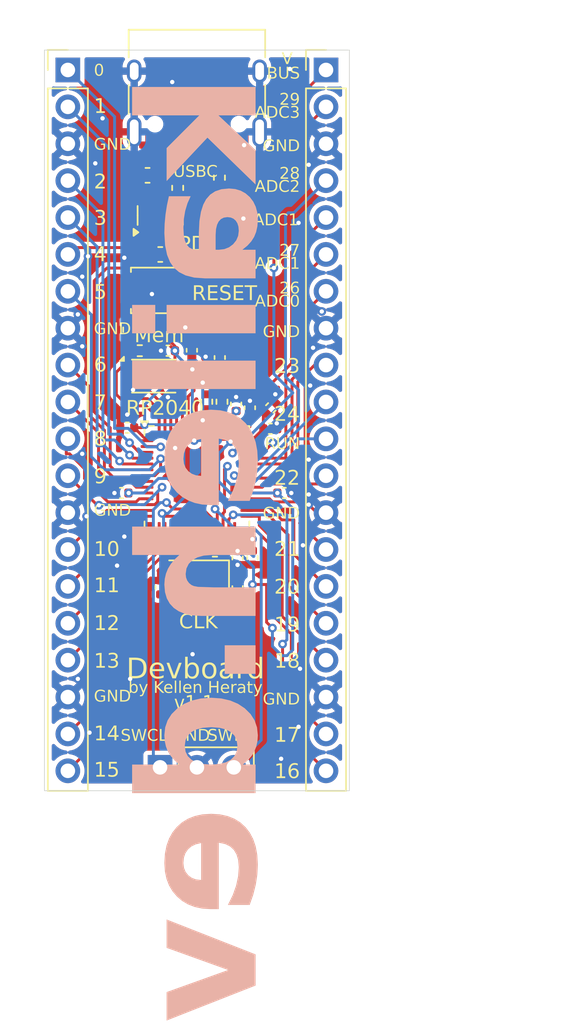
<source format=kicad_pcb>
(kicad_pcb (version 20241229) (generator "pcbnew") (generator_version "9.0")
  (layers (0 "F.Cu" signal) (2 "B.Cu" signal) (13 "F.Paste" user) (15 "B.Paste" user) (5 "F.SilkS" user "F.Silkscreen") (7 "B.SilkS" user "B.Silkscreen") (1 "F.Mask" user) (3 "B.Mask" user) (25 "Edge.Cuts" user))
  (net 0 "")
  (net 1 "+3V3")
  (net 2 "GND")
  (net 3 "+1V1")
  (net 4 "VBUS")
  (net 5 "XIN")
  (net 6 "Net-(C16-Pad2)")
  (net 7 "Net-(J1-CC1)")
  (net 8 "USB_D-")
  (net 9 "Net-(J1-CC2)")
  (net 10 "USB_D+")
  (net 11 "GPIO12")
  (net 12 "GPIO4")
  (net 13 "GPIO7")
  (net 14 "GPIO1")
  (net 15 "GPIO8")
  (net 16 "GPIO14")
  (net 17 "GPIO0")
  (net 18 "GPIO10")
  (net 19 "GPIO5")
  (net 20 "GPIO3")
  (net 21 "GPIO2")
  (net 22 "GPIO6")
  (net 23 "GPIO11")
  (net 24 "GPIO15")
  (net 25 "GPIO9")
  (net 26 "GPIO13")
  (net 27 "GPIO22")
  (net 28 "GPIO29_ADC3")
  (net 29 "GPIO27_ADC1")
  (net 30 "GPIO24")
  (net 31 "RUN")
  (net 32 "GPIO20")
  (net 33 "GPIO23")
  (net 34 "GPIO19")
  (net 35 "GPIO16")
  (net 36 "GPIO17")
  (net 37 "GPIO21")
  (net 38 "GPIO28_ADC2")
  (net 39 "GPIO18")
  (net 40 "GPIO26_ADC0")
  (net 41 "SWCLK")
  (net 42 "SWD")
  (net 43 "Net-(U1-USB_DP)")
  (net 44 "Net-(U1-USB_DM)")
  (net 45 "XOUT")
  (net 46 "Net-(R6-Pad2)")
  (net 47 "QSPI_SS")
  (net 49 "QSPI_SD1")
  (net 50 "QSPI_SD0")
  (net 51 "QSPI_SD2")
  (net 52 "QSPI_SCLK")
  (net 53 "QSPI_SD3")
  (footprint "Capacitor_SMD:C_0402_1005Metric" (layer "F.Cu") (at 102.8 59.47 -90)
    (property "Reference" "C2" (hide yes))
    (property "Value" "0.1uF")
  )
  (footprint "Resistor_SMD:R_0402_1005Metric" (layer "F.Cu") (at 101.725 48.715001 90)
    (property "Reference" "R4" (hide yes))
    (property "Value" "27")
  )
  (footprint "Capacitor_SMD:C_0603_1608Metric" (layer "F.Cu") (at 97.475 38.575 180)
    (property "Reference" "C14" (hide yes))
    (property "Value" "10uF")
  )
  (footprint "Capacitor_SMD:C_0402_1005Metric" (layer "F.Cu") (at 99.65 45.17 90)
    (property "Reference" "C10" (hide yes))
    (property "Value" "1uF")
  )
  (footprint "Resistor_SMD:R_0402_1005Metric" (layer "F.Cu") (at 95.3 43.75 90)
    (property "Reference" "R6" (hide yes))
    (property "Value" "1k")
  )
  (footprint "Capacitor_SMD:C_0402_1005Metric" (layer "F.Cu") (at 103.65 49.13 90)
    (property "Reference" "C5" (hide yes))
    (property "Value" "0.1uF")
  )
  (footprint "Capacitor_SMD:C_0402_1005Metric" (layer "F.Cu") (at 98.005 45.2 180)
    (property "Reference" "C17" (hide yes))
    (property "Value" "0.1uF")
  )
  (footprint "Resistor_SMD:R_0402_1005Metric" (layer "F.Cu") (at 101.24 59 180)
    (property "Reference" "R5" (hide yes))
    (property "Value" "1k")
  )
  (footprint "Connector_PinHeader_2.54mm:PinHeader_1x20_P2.54mm_Vertical" (layer "F.Cu") (at 108.89 25.87)
    (property "Reference" "R" (hide yes))
    (property "Value" "Conn_01x20")
  )
  (footprint "Capacitor_SMD:C_0402_1005Metric" (layer "F.Cu") (at 95.2 50.5 180)
    (property "Reference" "C4" (hide yes))
    (property "Value" "0.1uF")
  )
  (footprint "Capacitor_SMD:C_0603_1608Metric" (layer "F.Cu") (at 96.6 33.125 180)
    (property "Reference" "C13" (hide yes))
    (property "Value" "10uF")
  )
  (footprint "Resistor_SMD:R_0402_1005Metric" (layer "F.Cu") (at 100.675 48.715001 90)
    (property "Reference" "R3" (hide yes))
    (property "Value" "27")
  )
  (footprint "Package_TO_SOT_SMD:SOT-23" (layer "F.Cu") (at 97.475 35.8875 90)
    (property "Reference" "PD")
    (property "Value" "MCP1700x-330xxTT")
  )
  (footprint "Connector_PinHeader_2.54mm:PinHeader_1x03_P2.54mm_Vertical" (layer "F.Cu") (at 97.46 73.89 90)
    (property "Reference" "J4" (hide yes))
    (property "Value" "Conn_01x03")
  )
  (footprint "Capacitor_SMD:C_0402_1005Metric" (layer "F.Cu") (at 100.6 46.095 90)
    (property "Reference" "C6" (hide yes))
    (property "Value" "0.1uF")
  )
  (footprint "Connector_PinHeader_2.54mm:PinHeader_1x20_P2.54mm_Vertical" (layer "F.Cu") (at 91.11 25.87)
    (property "Reference" "L" (hide yes))
    (property "Value" "Conn_01x20")
  )
  (footprint "Capacitor_SMD:C_0402_1005Metric" (layer "F.Cu") (at 97.5 61.5 -90)
    (property "Reference" "C15" (hide yes))
    (property "Value" "33pF")
  )
  (footprint "Button_Switch_SMD:SW_Push_SPST_NO_Alps_SKRK" (layer "F.Cu") (at 97.525 41.05 180)
    (property "Reference" "RESET")
    (property "Value" "SW_Push")
  )
  (footprint "Crystal:Crystal_SMD_3225-4Pin_3.2x2.5mm" (layer "F.Cu") (at 100.15 61.35 180)
    (property "Reference" "CLK")
    (property "Value" "12 MHz")
  )
  (footprint "Resistor_SMD:R_0402_1005Metric" (layer "F.Cu") (at 98.675 33.990001 -90)
    (property "Reference" "R1" (hide yes))
    (property "Value" "5.1K")
  )
  (footprint "Capacitor_SMD:C_0402_1005Metric" (layer "F.Cu") (at 102.8 61.52 90)
    (property "Reference" "C16" (hide yes))
    (property "Value" "33pF")
  )
  (footprint "Capacitor_SMD:C_0402_1005Metric" (layer "F.Cu") (at 101.575 45.67 90)
    (property "Reference" "C7" (hide yes))
    (property "Value" "0.1uF")
  )
  (footprint "Capacitor_SMD:C_0402_1005Metric" (layer "F.Cu") (at 102.7 48.87 90)
    (property "Reference" "C11" (hide yes))
    (property "Value" "0.1uF")
  )
  (footprint "Capacitor_SMD:C_0402_1005Metric" (layer "F.Cu") (at 103.825 59.455 -90)
    (property "Reference" "C12" (hide yes))
    (property "Value" "0.1uF")
  )
  (footprint "Resistor_SMD:R_0402_1005Metric" (layer "F.Cu") (at 96.065001 45.2 180)
    (property "Reference" "R7" (hide yes))
    (property "Value" "10k")
  )
  (footprint "Package_SON:Winbond_USON-8-1EP_3x2mm_P0.5mm_EP0.2x1.6mm" (layer "F.Cu") (at 97.025 46.95)
    (property "Reference" "Mem")
    (property "Value" "W25Q16JVSS")
  )
  (footprint "Capacitor_SMD:C_0402_1005Metric" (layer "F.Cu") (at 105.085589 49.139411 45)
    (property "Reference" "C1" (hide yes))
    (property "Value" "1uF")
  )
  (footprint "Package_DFN_QFN:QFN-56-1EP_7x7mm_P0.4mm_EP3.2x3.2mm" (layer "F.Cu") (at 100 54)
    (property "Reference" "RP2040")
    (property "Value" "RP2040")
  )
  (footprint "Resistor_SMD:R_0402_1005Metric" (layer "F.Cu") (at 101.55 33.284999 -90)
    (property "Reference" "R2" (hide yes))
    (property "Value" "5.1K")
  )
  (footprint "Capacitor_SMD:C_0402_1005Metric" (layer "F.Cu") (at 94.8 55 180)
    (property "Reference" "C3" (hide yes))
    (property "Value" "0.1uF")
  )
  (footprint "Capacitor_SMD:C_0402_1005Metric" (layer "F.Cu") (at 106.02 55)
    (property "Reference" "C9" (hide yes))
    (property "Value" "0.1uF")
  )
  (footprint "Capacitor_SMD:C_0402_1005Metric" (layer "F.Cu") (at 105.055 50.575)
    (property "Reference" "C8" (hide yes))
    (property "Value" "0.1uF")
  )
  (footprint "Connector_USB:USB_C_Receptacle_HRO_TYPE-C-31-M-12" (layer "F.Cu") (at 100 27 180)
    (property "Reference" "USBC")
    (property "Value" "USB_C_Receptacle_USB2.0_14P")
  )
  (gr_rect (start 89.5 24.5) (end 110.5 75.5) (stroke (width 0.05)) (fill no) (layer "Edge.Cuts"))
  (gr_text "10" (at 92.9 59.5 0) (layer "F.SilkS") (effects (font (size 1 1)) (justify left bottom)))
  (gr_text "ADC1" (at 107 36.7 0) (layer "F.SilkS") (effects (font (size 0.8 0.8)) (justify right bottom)))
  (gr_text "19" (at 107.1 64.7 0) (layer "F.SilkS") (effects (font (size 1 1)) (justify right bottom)))
  (gr_text "ADC1" (at 107.1 39.7 0) (layer "F.SilkS") (effects (font (size 0.8 0.8)) (justify right bottom)))
  (gr_text "23" (at 107.1 46.9 0) (layer "F.SilkS") (effects (font (size 1 1)) (justify right bottom)))
  (gr_text "ADC3" (at 107.1 29.3 0) (layer "F.SilkS") (effects (font (size 0.8 0.8)) (justify right bottom)))
  (gr_text "SWD" (at 103.4 72.2 0) (layer "F.SilkS") (effects (font (size 0.8 0.8)) (justify right bottom)))
  (gr_text "6" (at 92.9 46.8 0) (layer "F.SilkS") (effects (font (size 1 1)) (justify left bottom)))
  (gr_text "29" (at 107.1 28.4 0) (layer "F.SilkS") (effects (font (size 0.8 0.8)) (justify right bottom)))
  (gr_text "by Kellen Heraty" (at 99.9 68.9 0) (layer "F.SilkS") (effects (font (size 0.8 0.8) (thickness 0.125)) (justify bottom)))
  (gr_text "SWCLK" (at 98.7 72.2 0) (layer "F.SilkS") (effects (font (size 0.8 0.8)) (justify right bottom)))
  (gr_text "3" (at 92.9 36.7 0) (layer "F.SilkS") (effects (font (size 1 1)) (justify left bottom)))
  (gr_text "16" (at 107.1 74.8 0) (layer "F.SilkS") (effects (font (size 1 1)) (justify right bottom)))
  (gr_text "11" (at 92.9 62 0) (layer "F.SilkS") (effects (font (size 1 1)) (justify left bottom)))
  (gr_text "9" (at 92.9 54.5 0) (layer "F.SilkS") (effects (font (size 1 1)) (justify left bottom)))
  (gr_text "GND" (at 107.1 31.6 0) (layer "F.SilkS") (effects (font (size 0.8 0.8)) (justify right bottom)))
  (gr_text "GND" (at 107.1 44.4 0) (layer "F.SilkS") (effects (font (size 0.8 0.8)) (justify right bottom)))
  (gr_text "ADC0" (at 107.1 42.3 0) (layer "F.SilkS") (effects (font (size 0.8 0.8)) (justify right bottom)))
  (gr_text "BUS" (at 107.1 26.6 0) (layer "F.SilkS") (effects (font (size 0.8 0.8)) (justify right bottom)))
  (gr_text "GND" (at 107.1 56.9 0) (layer "F.SilkS") (effects (font (size 0.8 0.8)) (justify right bottom)))
  (gr_text "7" (at 92.9 49.4 0) (layer "F.SilkS") (effects (font (size 1 1)) (justify left bottom)))
  (gr_text "GND" (at 92.9 56.7 0) (layer "F.SilkS") (effects (font (size 0.8 0.8)) (justify left bottom)))
  (gr_text "GND" (at 92.9 69.5 0) (layer "F.SilkS") (effects (font (size 0.8 0.8)) (justify left bottom)))
  (gr_text "20" (at 107.1 62.1 0) (layer "F.SilkS") (effects (font (size 1 1)) (justify right bottom)))
  (gr_text "4" (at 92.9 39.2 0) (layer "F.SilkS") (effects (font (size 1 1)) (justify left bottom)))
  (gr_text "24" (at 107.1 50.2 0) (layer "F.SilkS") (effects (font (size 1 1)) (justify right bottom)))
  (gr_text "ADC2" (at 107.1 34.4 0) (layer "F.SilkS") (effects (font (size 0.8 0.8)) (justify right bottom)))
  (gr_text "12" (at 92.9 64.6 0) (layer "F.SilkS") (effects (font (size 1 1)) (justify left bottom)))
  (gr_text "14" (at 92.9 72.2 0) (layer "F.SilkS") (effects (font (size 1 1)) (justify left bottom)))
  (gr_text "28" (at 107.1 33.5 0) (layer "F.SilkS") (effects (font (size 0.8 0.8)) (justify right bottom)))
  (gr_text "26" (at 107.1 41.4 0) (layer "F.SilkS") (effects (font (size 0.8 0.8)) (justify right bottom)))
  (gr_text "V" (at 106.6 25.6 0) (layer "F.SilkS") (effects (font (size 0.8 0.8)) (justify right bottom)))
  (gr_text "GND" (at 92.9 31.5 0) (layer "F.SilkS") (effects (font (size 0.8 0.8)) (justify left bottom)))
  (gr_text "17" (at 107.1 72.3 0) (layer "F.SilkS") (effects (font (size 1 1)) (justify right bottom)))
  (gr_text "22" (at 107.1 54.6 0) (layer "F.SilkS") (effects (font (size 1 1)) (justify right bottom)))
  (gr_text "GND" (at 100.9 72.2 0) (layer "F.SilkS") (effects (font (size 0.8 0.8)) (justify right bottom)))
  (gr_text "1" (at 92.9 29 0) (layer "F.SilkS") (effects (font (size 1 1)) (justify left bottom)))
  (gr_text "27" (at 107.1 38.8 0) (layer "F.SilkS") (effects (font (size 0.8 0.8)) (justify right bottom)))
  (gr_text "0" (at 92.9 26.4 0) (layer "F.SilkS") (effects (font (size 0.8 0.8)) (justify left bottom)))
  (gr_text "GND" (at 92.9 44.2 0) (layer "F.SilkS") (effects (font (size 0.8 0.8)) (justify left bottom)))
  (gr_text "v1.1\n" (at 99.8 70.1 0) (layer "F.SilkS") (effects (font (size 1 0.9)) (justify bottom)))
  (gr_text "Devboard\n" (at 99.9 68 0) (layer "F.SilkS") (effects (font (size 1.4 1.4)) (justify bottom)))
  (gr_text "21" (at 107.1 59.5 0) (layer "F.SilkS") (effects (font (size 1 1)) (justify right bottom)))
  (gr_text "18" (at 107.1 67.2 0) (layer "F.SilkS") (effects (font (size 1 1)) (justify right bottom)))
  (gr_text "GND" (at 107.1 69.7 0) (layer "F.SilkS") (effects (font (size 0.8 0.8)) (justify right bottom)))
  (gr_text "5" (at 92.9 41.8 0) (layer "F.SilkS") (effects (font (size 1 1)) (justify left bottom)))
  (gr_text "8" (at 92.9 51.9 0) (layer "F.SilkS") (effects (font (size 1 1)) (justify left bottom)))
  (gr_text "RUN" (at 107.1 52.1 0) (layer "F.SilkS") (effects (font (size 0.8 0.8)) (justify right bottom)))
  (gr_text "13" (at 92.9 67.2 0) (layer "F.SilkS") (effects (font (size 1 1)) (justify left bottom)))
  (gr_text "2" (at 92.9 34.2 0) (layer "F.SilkS") (effects (font (size 1 1)) (justify left bottom)))
  (gr_text "15" (at 92.9 74.7 0) (layer "F.SilkS") (effects (font (size 1 1)) (justify left bottom)))
  (gr_text "kaileh.dev" (at 105.4 26.1 90) (layer "B.SilkS") (effects (font (size 8 8) (thickness 0.3) (bold yes)) (justify left bottom mirror)))
  (segment (start 104.746178 49.478822) (end 103.781178 49.478822) (width 0.2) (layer "F.Cu") (net 1))
  (segment (start 98.485 45.2) (end 98.485 46.165) (width 0.2) (layer "F.Cu") (net 1))
  (segment (start 102.2 50.5625) (end 102.2 51.1) (width 0.2) (layer "F.Cu") (net 1))
  (segment (start 96.2 50.5) (end 96.4 50.3) (width 0.2) (layer "F.Cu") (net 1))
  (segment (start 104.44 49.46) (end 104.6 49.3) (width 0.2) (layer "F.Cu") (net 1))
  (segment (start 100.2 58) (end 100.525 58.325) (width 0.2) (layer "F.Cu") (net 1))
  (segment (start 100.4 47.4) (end 100.4 46.775) (width 0.2) (layer "F.Cu") (net 1))
  (segment (start 106.523 38.397) (end 106.523 46.0678) (width 0.2) (layer "F.Cu") (net 1))
  (segment (start 98.485 44.885) (end 98.25 44.65) (width 0.2) (layer "F.Cu") (net 1))
  (segment (start 101.575 46.15) (end 101.025 46.15) (width 0.2) (layer "F.Cu") (net 1))
  (segment (start 103.75 51.4) (end 104.575 50.575) (width 0.2) (layer "F.Cu") (net 1))
  (segment (start 103.5125 50.5625) (end 102.6 50.5625) (width 0.2) (layer "F.Cu") (net 1))
  (segment (start 97.874 44.589) (end 98.485 45.2) (width 0.2) (layer "F.Cu") (net 1))
  (segment (start 102.376235 51.4) (end 102.314717 51.461518) (width 0.2) (layer "F.Cu") (net 1))
  (segment (start 105.54 55) (end 103.4375 55) (width 0.2) (layer "F.Cu") (net 1))
  (segment (start 96.5625 51.4) (end 96.5625 51.3825) (width 0.2) (layer "F.Cu") (net 1))
  (segment (start 100.525 58.325) (end 102.135 58.325) (width 0.2) (layer "F.Cu") (net 1))
  (segment (start 100.4 50.5625) (end 100.6 50.5625) (width 0.2) (layer "F.Cu") (net 1))
  (segment (start 97.186 44.589) (end 97.874 44.589) (width 0.2) (layer "F.Cu") (net 1))
  (segment (start 102.6 50.5625) (end 102.6 50.7) (width 0.2) (layer "F.Cu") (net 1))
  (segment (start 104.8 61.3) (end 104.8 63.9) (width 0.2) (layer "F.Cu") (net 1))
  (segment (start 103.65 49.61) (end 103.65 50.425) (width 0.2) (layer "F.Cu") (net 1))
  (segment (start 103.5 49.68) (end 103.4825 49.68) (width 0.2) (layer "F.Cu") (net 1))
  (segment (start 104.746178 47.844622) (end 104.746178 49.478822) (width 0.2) (layer "F.Cu") (net 1))
  (segment (start 98.25 44.65) (end 98.25 38.575) (width 0.2) (layer "F.Cu") (net 1))
  (segment (start 100.2 50.5625) (end 100.4 50.5625) (width 0.2) (layer "F.Cu") (net 1))
  (segment (start 108.89 36.03) (end 106.523 38.397) (width 0.2) (layer "F.Cu") (net 1))
  (segment (start 104.575 49.65) (end 104.746178 49.478822) (width 0.2) (layer "F.Cu") (net 1))
  (segment (start 100.6 51.097774) (end 100.6 50.5625) (width 0.2) (layer "F.Cu") (net 1))
  (segment (start 95.3 55) (end 95.28 55) (width 0.2) (layer "F.Cu") (net 1))
  (segment (start 102.2 51.1) (end 102 51.3) (width 0.2) (layer "F.Cu") (net 1))
  (segment (start 98.485 45.2) (end 98.485 44.885) (width 0.2) (layer "F.Cu") (net 1))
  (segment (start 96.5625 55) (end 95.3 55) (width 0.2) (layer "F.Cu") (net 1))
  (segment (start 103.4375 51.4) (end 103.75 51.4) (width 0.2) (layer "F.Cu") (net 1))
  (segment (start 100.802226 51.3) (end 100.6 51.097774) (width 0.2) (layer "F.Cu") (net 1))
  (segment (start 103.781178 49.478822) (end 103.65 49.61) (width 0.2) (layer "F.Cu") (net 1))
  (segment (start 100.4 50.5625) (end 100.4 49.990436) (width 0.2) (layer "F.Cu") (net 1))
  (segment (start 106.523 46.0678) (end 104.746178 47.844622) (width 0.2) (layer "F.Cu") (net 1))
  (segment (start 104.8 63.9) (end 105.2 64.3) (width 0.2) (layer "F.Cu") (net 1))
  (segment (start 95.68 50.5) (end 96.2 50.5) (width 0.2) (layer "F.Cu") (net 1))
  (segment (start 98.485 46.165) (end 98.45 46.2) (width 0.2) (layer "F.Cu") (net 1))
  (segment (start 103.826 61.3) (end 104.8 61.3) (width 0.2) (layer "F.Cu") (net 1))
  (segment (start 101.025 46.15) (end 100.6 46.575) (width 0.2) (layer "F.Cu") (net 1))
  (segment (start 100.4 46.775) (end 100.6 46.575) (width 0.2) (layer "F.Cu") (net 1))
  (segment (start 102.135 58.325) (end 102.8 58.99) (width 0.2) (layer "F.Cu") (net 1))
  (segment (start 98.425 36.825) (end 98.425 38.4) (width 0.2) (layer "F.Cu") (net 1))
  (segment (start 98.425 38.4) (end 98.25 38.575) (width 0.2) (layer "F.Cu") (net 1))
  (segment (start 104.575 50.575) (end 104.575 49.65) (width 0.2) (layer "F.Cu") (net 1))
  (segment (start 100.2 57.4375) (end 100.2 58) (width 0.2) (layer "F.Cu") (net 1))
  (segment (start 96.575 45.2) (end 97.186 44.589) (width 0.2) (layer "F.Cu") (net 1))
  (segment (start 102 51.3) (end 100.802226 51.3) (width 0.2) (layer "F.Cu") (net 1))
  (segment (start 102.6 50.5625) (end 102.2 50.5625) (width 0.2) (layer "F.Cu") (net 1))
  (segment (start 103.65 50.425) (end 103.5125 50.5625) (width 0.2) (layer "F.Cu") (net 1))
  (segment (start 96.5625 51.3825) (end 95.68 50.5) (width 0.2) (layer "F.Cu") (net 1))
  (segment (start 103.4375 51.4) (end 102.376235 51.4) (width 0.2) (layer "F.Cu") (net 1))
  (via (at 98.485 45.2) (size 0.6) (drill 0.3) (layers "F.Cu" "B.Cu") (net 1))
  (via (at 105.54 55) (size 0.6) (drill 0.3) (layers "F.Cu" "B.Cu") (net 1))
  (via (at 100.4 47.4) (size 0.6) (drill 0.3) (layers "F.Cu" "B.Cu") (net 1))
  (via (at 102.314717 51.461518) (size 0.6) (drill 0.3) (layers "F.Cu" "B.Cu") (net 1))
  (via (at 96.4 50.3) (size 0.6) (drill 0.3) (layers "F.Cu" "B.Cu") (net 1))
  (via (at 102.8 58.99) (size 0.6) (drill 0.3) (layers "F.Cu" "B.Cu") (net 1))
  (via (at 105.2 64.3) (size 0.6) (drill 0.3) (layers "F.Cu" "B.Cu") (net 1))
  (via (at 100.4 49.990436) (size 0.6) (drill 0.3) (layers "F.Cu" "B.Cu") (net 1))
  (via (at 103.826 61.3) (size 0.6) (drill 0.3) (layers "F.Cu" "B.Cu") (net 1))
  (via (at 95.3 55) (size 0.6) (drill 0.3) (layers "F.Cu" "B.Cu") (net 1))
  (segment (start 96.4 50.3) (end 96.4 48.921045) (width 0.2) (layer "B.Cu") (net 1))
  (segment (start 100.4 46.351527) (end 100.4 47.4) (width 0.2) (layer "B.Cu") (net 1))
  (segment (start 99.210523 46.110523) (end 99.435816 45.885229) (width 0.2) (layer "B.Cu") (net 1))
  (segment (start 97.175029 54.175028) (end 97.351057 53.999) (width 0.2) (layer "B.Cu") (net 1))
  (segment (start 99.099 53.999) (end 99.1 54) (width 0.2) (layer "B.Cu") (net 1))
  (segment (start 106.599092 56.059092) (end 105.54 55) (width 0.2) (layer "B.Cu") (net 1))
  (segment (start 106.599092 65.800908) (end 106.599092 56.059092) (width 0.2) (layer "B.Cu") (net 1))
  (segment (start 101.499002 52.277233) (end 101.499002 54.199002) (width 0.2) (layer "B.Cu") (net 1))
  (segment (start 102.3 55) (end 105.54 55) (width 0.2) (layer "B.Cu") (net 1))
  (segment (start 103.9 60.09) (end 103.9 61.3) (width 0.2) (layer "B.Cu") (net 1))
  (segment (start 105.2 65.550943) (end 105.849057 66.2) (width 0.2) (layer "B.Cu") (net 1))
  (segment (start 99.099 50.001) (end 98.8 50.3) (width 0.2) (layer "B.Cu") (net 1))
  (segment (start 101.499002 54.199002) (end 102.3 55) (width 0.2) (layer "B.Cu") (net 1))
  (segment (start 105.849057 66.2) (end 106.2 66.2) (width 0.2) (layer "B.Cu") (net 1))
  (segment (start 99.933702 45.885229) (end 100.4 46.351527) (width 0.2) (layer "B.Cu") (net 1))
  (segment (start 100.4 49.990436) (end 100.4 47.4) (width 0.2) (layer "B.Cu") (net 1))
  (segment (start 99.099 53.999) (end 99.099 50.001) (width 0.2) (layer "B.Cu") (net 1))
  (segment (start 96.4 48.921045) (end 99.210523 46.110523) (width 0.2) (layer "B.Cu") (net 1))
  (segment (start 103.9 61.3) (end 103.826 61.3) (width 0.2) (layer "B.Cu") (net 1))
  (segment (start 97.351057 53.999) (end 99.099 53.999) (width 0.2) (layer "B.Cu") (net 1))
  (segment (start 96.350057 55) (end 97.175029 54.175028) (width 0.2) (layer "B.Cu") (net 1))
  (segment (start 106.2 66.2) (end 106.599092 65.800908) (width 0.2) (layer "B.Cu") (net 1))
  (segment (start 99.210523 46.110523) (end 98.485 45.385) (width 0.2) (layer "B.Cu") (net 1))
  (segment (start 105.2 64.3) (end 105.2 65.550943) (width 0.2) (layer "B.Cu") (net 1))
  (segment (start 99.435816 45.885229) (end 99.933702 45.885229) (width 0.2) (layer "B.Cu") (net 1))
  (segment (start 98.8 50.3) (end 96.4 50.3) (width 0.2) (layer "B.Cu") (net 1))
  (segment (start 98.485 45.385) (end 98.485 45.2) (width 0.2) (layer "B.Cu") (net 1))
  (segment (start 102.314717 51.461518) (end 101.499002 52.277233) (width 0.2) (layer "B.Cu") (net 1))
  (segment (start 102.8 58.99) (end 103.9 60.09) (width 0.2) (layer "B.Cu") (net 1))
  (segment (start 95.3 55) (end 96.350057 55) (width 0.2) (layer "B.Cu") (net 1))
  (segment (start 105.425 48.8) (end 105.425 48.225) (width 0.2) (layer "F.Cu") (net 2))
  (segment (start 108.89 56.35) (end 108.25 56.35) (width 0.2) (layer "F.Cu") (net 2))
  (segment (start 105.5 50.2) (end 105.5 48.875) (width 0.2) (layer "F.Cu") (net 2))
  (segment (start 99 57.4375) (end 99 59.4) (width 0.2) (layer "F.Cu") (net 2))
  (segment (start 106.6 55.1) (end 106.5 55) (width 0.2) (layer "F.Cu") (net 2))
  (segment (start 98.499 52.499) (end 100 54) (width 0.2) (layer "F.Cu") (net 2))
  (segment (start 105.535 50.575) (end 105.535 50.235) (width 0.2) (layer "F.Cu") (net 2))
  (segment (start 97.5 61.02) (end 98.53 61.02) (width 0.2) (layer "F.Cu") (net 2))
  (segment (start 102.8 62) (end 101.45 62) (width 0.2) (layer "F.Cu") (net 2))
  (segment (start 105.535 50.235) (end 105.5 50.2) (width 0.2) (layer "F.Cu") (net 2))
  (segment (start 105.535 48.91) (end 105.425 48.8) (width 0.2) (layer "F.Cu") (net 2))
  (segment (start 105.425 48.225) (end 105.4 48.2) (width 0.2) (layer "F.Cu") (net 2))
  (segment (start 107.7 55.8) (end 107.7 55.1) (width 0.2) (layer "F.Cu") (net 2))
  (segment (start 94.9 38.7) (end 92.5 38.7) (width 0.2) (layer "F.Cu") (net 2))
  (segment (start 95 38.8) (end 94.9 38.7) (width 0.2) (layer "F.Cu") (net 2))
  (segment (start 101.45 62) (end 101.25 62.2) (width 0.2) (layer "F.Cu") (net 2))
  (segment (start 108.25 56.35) (end 107.7 55.8) (width 0.2) (layer "F.Cu") (net 2))
  (segment (start 98.499 51.9) (end 98.499 52.499) (width 0.2) (layer "F.Cu") (net 2))
  (segment (start 105.5 48.875) (end 105.425 48.8) (width 0.2) (layer "F.Cu") (net 2))
  (segment (start 98.53 61.02) (end 99.05 60.5) (width 0.2) (layer "F.Cu") (net 2))
  (segment (start 99 59.4) (end 99.05 59.45) (width 0.2) (layer "F.Cu") (net 2))
  (segment (start 107.7 55.1) (end 106.6 55.1) (width 0.2) (layer "F.Cu") (net 2))
  (segment (start 99.05 59.45) (end 99.05 60.5) (width 0.2) (layer "F.Cu") (net 2))
  (via (at 96.9 41.3) (size 0.6) (drill 0.3) (layers "F.Cu" "B.Cu") (net 2))
  (via (at 107 36.4) (size 0.6) (drill 0.3) (layers "F.Cu" "B.Cu") (net 2))
  (via (at 92.1 52.3) (size 0.6) (drill 0.3) (layers "F.Cu" "B.Cu") (net 2))
  (via (at 103.2 36.1) (size 0.6) (drill 0.3) (layers "F.Cu" "B.Cu") (net 2))
  (via (at 108.6 42.5) (size 0.6) (drill 0.3) (layers "F.Cu" "B.Cu") (net 2))
  (via (at 95 38.8) (size 0.6) (drill 0.3) (layers "F.Cu" "B.Cu") (net 2))
  (via (at 106.5 55) (size 0.6) (drill 0.3) (layers "F.Cu" "B.Cu") (net 2))
  (via (at 107.7 55.1) (size 0.6) (drill 0.3) (layers "F.Cu" "B.Cu") (net 2))
  (via (at 107 71.1) (size 0.6) (drill 0.3) (layers "F.Cu" "B.Cu") (net 2))
  (via (at 100.6 45.615) (size 0.6) (drill 0.3) (layers "F.Cu" "B.Cu") (net 2))
  (via (at 95.4 67.8) (size 0.6) (drill 0.3) (layers "F.Cu" "B.Cu") (net 2))
  (via (at 95.2 49.6) (size 0.6) (drill 0.3) (layers "F.Cu" "B.Cu") (net 2))
  (via (at 99.2 43.6) (size 0.6) (drill 0.3) (layers "F.Cu" "B.Cu") (net 2))
  (via (at 98.3 26.7) (size 0.6) (drill 0.3) (layers "F.Cu" "B.Cu") (net 2))
  (via (at 95.6 47.9) (size 0.6) (drill 0.3) (layers "F.Cu" "B.Cu") (net 2))
  (via (at 105.8 73.3) (size 0.6) (drill 0.3) (layers "F.Cu" "B.Cu") (net 2))
  (via (at 92.5 38.7) (size 0.6) (drill 0.3) (layers "F.Cu" "B.Cu") (net 2))
  (via (at 92.1 44.9) (size 0.6) (drill 0.3) (layers "F.Cu" "B.Cu") (net 2))
  (via (at 106.4 25.8) (size 0.6) (drill 0.3) (layers "F.Cu" "B.Cu") (net 2))
  (via (at 94.5 60) (size 0.6) (drill 0.3) (layers "F.Cu" "B.Cu") (net 2))
  (via (at 103.65 48.65) (size 0.6) (drill 0.3) (layers "F.Cu" "B.Cu") (net 2))
  (via (at 105.5 50.2) (size 0.6) (drill 0.3) (layers "F.Cu" "B.Cu") (net 2))
  (via (at 92.6 71.5) (size 0.6) (drill 0.3) (layers "F.Cu" "B.Cu") (net 2))
  (via (at 107.3 58.6) (size 0.6) (drill 0.3) (layers "F.Cu" "B.Cu") (net 2))
  (via (at 108 45) (size 0.6) (drill 0.3) (layers "F.Cu" "B.Cu") (net 2))
  (via (at 91.8 42.7) (size 0.6) (drill 0.3) (layers "F.Cu" "B.Cu") (net 2))
  (via (at 91.8 67.8) (size 0.6) (drill 0.3) (layers "F.Cu" "B.Cu") (net 2))
  (via (at 95 58) (size 0.6) (drill 0.3) (layers "F.Cu" "B.Cu") (net 2))
  (via (at 98.499 51.9) (size 0.6) (drill 0.3) (layers "F.Cu" "B.Cu") (net 2))
  (via (at 97.525 45.2) (size 0.6) (drill 0.3) (layers "F.Cu" "B.Cu") (net 2))
  (via (at 92.1 40.1) (size 0.6) (drill 0.3) (layers "F.Cu" "B.Cu") (net 2))
  (via (at 107.7 55.8) (size 0.6) (drill 0.3) (layers "F.Cu" "B.Cu") (net 2))
  (via (at 102.8 59.95) (size 0.6) (drill 0.3) (layers "F.Cu" "B.Cu") (net 2))
  (via (at 98 48.4) (size 0.6) (drill 0.3) (layers "F.Cu" "B.Cu") (net 2))
  (via (at 93 32.3) (size 0.6) (drill 0.3) (layers "F.Cu" "B.Cu") (net 2))
  (via (at 103.25 31.045) (size 0.6) (drill 0.3) (layers "F.Cu" "B.Cu") (net 2))
  (via (at 107.1 67.1) (size 0.6) (drill 0.3) (layers "F.Cu" "B.Cu") (net 2))
  (via (at 102.7 48.39) (size 0.6) (drill 0.3) (layers "F.Cu" "B.Cu") (net 2))
  (via (at 99.7 66.1) (size 0.6) (drill 0.3) (layers "F.Cu" "B.Cu") (net 2))
  (via (at 92.4 56.6) (size 0.6) (drill 0.3) (layers "F.Cu" "B.Cu") (net 2))
  (via (at 107.7 52.7) (size 0.6) (drill 0.3) (layers "F.Cu" "B.Cu") (net 2))
  (via (at 107.7 32.4) (size 0.6) (drill 0.3) (layers "F.Cu" "B.Cu") (net 2))
  (via (at 105.4 48.2) (size 0.6) (drill 0.3) (layers "F.Cu" "B.Cu") (net 2))
  (via (at 93.5 29.2) (size 0.6) (drill 0.3) (layers "F.Cu" "B.Cu") (net 2))
  (via (at 94.32 55) (size 0.6) (drill 0.3) (layers "F.Cu" "B.Cu") (net 2))
  (via (at 107.8 47.6) (size 0.6) (drill 0.3) (layers "F.Cu" "B.Cu") (net 2))
  (segment (start 94.32 55) (end 95.518 53.802) (width 0.2) (layer "B.Cu") (net 2))
  (segment (start 107.3 56.2) (end 107.7 55.8) (width 0.2) (layer "B.Cu") (net 2))
  (segment (start 95.518 53.802) (end 96.980957 53.802) (width 0.2) (layer "B.Cu") (net 2))
  (segment (start 98.499 52.493039) (end 98.499 51.9) (width 0.2) (layer "B.Cu") (net 2))
  (segment (start 96.980957 53.802) (end 97.539861 53.243096) (width 0.2) (layer "B.Cu") (net 2))
  (segment (start 97.539861 53.243096) (end 97.748943 53.243096) (width 0.2) (layer "B.Cu") (net 2))
  (segment (start 107.3 58.6) (end 107.3 56.2) (width 0.2) (layer "B.Cu") (net 2))
  (segment (start 97.748943 53.243096) (end 98.499 52.493039) (width 0.2) (layer "B.Cu") (net 2))
  (segment (start 99.684759 46.486229) (end 99.684759 45.684759) (width 0.2) (layer "F.Cu") (net 3))
  (segment (start 99.684759 45.684759) (end 99.65 45.65) (width 0.2) (layer "F.Cu") (net 3))
  (segment (start 99.8 51.371791) (end 99.815164 51.386955) (width 0.2) (layer "F.Cu") (net 3))
  (segment (start 100.3 56.6) (end 97.8 56.6) (width 0.2) (layer "F.Cu") (net 3))
  (segment (start 97.8 56.6) (end 97.6 56.4) (width 0.2) (layer "F.Cu") (net 3))
  (segment (start 100.6 57.4375) (end 100.6 56.9) (width 0.2) (layer "F.Cu") (net 3))
  (segment (start 101.8 50.5625) (end 101.8 50.025) (width 0.2) (layer "F.Cu") (net 3))
  (segment (start 101.8 50.025) (end 102.025 49.8) (width 0.2) (layer "F.Cu") (net 3))
  (segment (start 102.025 49.8) (end 102.25 49.8) (width 0.2) (layer "F.Cu") (net 3))
  (segment (start 100.6 56.9) (end 100.3 56.6) (width 0.2) (layer "F.Cu") (net 3))
  (segment (start 102.25 49.8) (end 102.7 49.35) (width 0.2) (layer "F.Cu") (net 3))
  (segment (start 99.8 50.5625) (end 99.8 51.371791) (width 0.2) (layer "F.Cu") (net 3))
  (segment (start 103.825 58.975) (end 103.825 58.175) (width 0.2) (layer "F.Cu") (net 3))
  (via (at 99.815164 51.386955) (size 0.6) (drill 0.3) (layers "F.Cu" "B.Cu") (net 3))
  (via (at 103.825 58.175) (size 0.6) (drill 0.3) (layers "F.Cu" "B.Cu") (net 3))
  (via (at 102.7 49.35) (size 0.6) (drill 0.3) (layers "F.Cu" "B.Cu") (net 3))
  (via (at 97.6 56.4) (size 0.6) (drill 0.3) (layers "F.Cu" "B.Cu") (net 3))
  (via (at 99.684759 46.486229) (size 0.6) (drill 0.3) (layers "F.Cu" "B.Cu") (net 3))
  (segment (start 103.45 57.8) (end 103.825 58.175) (width 0.2) (layer "B.Cu") (net 3))
  (segment (start 100.663045 51.386955) (end 99.815164 51.386955) (width 0.2) (layer "B.Cu") (net 3))
  (segment (start 98.013378 56.4) (end 100.663045 53.750333) (width 0.2) (layer "B.Cu") (net 3))
  (segment (start 99.684759 51.25655) (end 99.684759 46.486229) (width 0.2) (layer "B.Cu") (net 3))
  (segment (start 97.6 56.4) (end 97.7 56.5) (width 0.2) (layer "B.Cu") (net 3))
  (segment (start 97.7 57.8) (end 103.45 57.8) (width 0.2) (layer "B.Cu") (net 3))
  (segment (start 100.663045 53.750333) (end 100.663045 51.386955) (width 0.2) (layer "B.Cu") (net 3))
  (segment (start 97.6 56.4) (end 98.013378 56.4) (width 0.2) (layer "B.Cu") (net 3))
  (segment (start 97.7 56.5) (end 97.7 57.8) (width 0.2) (layer "B.Cu") (net 3))
  (segment (start 102.7 49.35) (end 100.663045 51.386955) (width 0.2) (layer "B.Cu") (net 3))
  (segment (start 99.815164 51.386955) (end 99.684759 51.25655) (width 0.2) (layer "B.Cu") (net 3))
  (segment (start 107.709 27.051) (end 108.89 25.87) (width 0.2) (layer "F.Cu") (net 4))
  (segment (start 102.214 29.319992) (end 98.346016 29.319992) (width 0.2) (layer "F.Cu") (net 4))
  (segment (start 98.346016 29.319992) (end 97.55 30.116008) (width 0.2) (layer "F.Cu") (net 4))
  (segment (start 97.375 34.85) (end 97.475 34.95) (width 0.2) (layer "F.Cu") (net 4))
  (segment (start 97.375 31.22) (end 97.55 31.045) (width 0.2) (layer "F.Cu") (net 4))
  (segment (start 102.214 30.809) (end 102.214 29.319992) (width 0.2) (layer "F.Cu") (net 4))
  (segment (start 97.55 30.116008) (end 97.55 31.045) (width 0.2) (layer "F.Cu") (net 4))
  (segment (start 102.45 31.045) (end 102.214 30.809) (width 0.2) (layer "F.Cu") (net 4))
  (segment (start 104.482992 27.051) (end 107.709 27.051) (width 0.2) (layer "F.Cu") (net 4))
  (segment (start 97.375 33.125) (end 97.375 34.85) (width 0.2) (layer "F.Cu") (net 4))
  (segment (start 97.375 33.125) (end 97.375 31.22) (width 0.2) (layer "F.Cu") (net 4))
  (segment (start 102.214 29.319992) (end 104.482992 27.051) (width 0.2) (layer "F.Cu") (net 4))
  (segment (start 99.4 59.15) (end 100.15 59.9) (width 0.2) (layer "F.Cu") (net 5))
  (segment (start 100.15 61.1) (end 99.05 62.2) (width 0.2) (layer "F.Cu") (net 5))
  (segment (start 97.72 62.2) (end 97.5 61.98) (width 0.2) (layer "F.Cu") (net 5))
  (segment (start 99.05 62.2) (end 97.72 62.2) (width 0.2) (layer "F.Cu") (net 5))
  (segment (start 100.15 59.9) (end 100.15 61.1) (width 0.2) (layer "F.Cu") (net 5))
  (segment (start 99.4 57.4375) (end 99.4 59.15) (width 0.2) (layer "F.Cu") (net 5))
  (segment (start 101.25 60.5) (end 101.25 59.5) (width 0.2) (layer "F.Cu") (net 6))
  (segment (start 101.25 59.5) (end 101.75 59) (width 0.2) (layer "F.Cu") (net 6))
  (segment (start 101.79 61.04) (end 101.25 60.5) (width 0.2) (layer "F.Cu") (net 6))
  (segment (start 102.8 61.04) (end 101.79 61.04) (width 0.2) (layer "F.Cu") (net 6))
  (segment (start 101.55 32.775) (end 101.25 32.475) (width 0.2) (layer "F.Cu") (net 7))
  (segment (start 101.25 32.475) (end 101.25 31.045) (width 0.2) (layer "F.Cu") (net 7))
  (segment (start 99.799 30.019) (end 100.669 30.019) (width 0.2) (layer "F.Cu") (net 8))
  (segment (start 100.75 30.1) (end 100.75 31.045) (width 0.2) (layer "F.Cu") (net 8))
  (segment (start 100.942772 33.11931) (end 100.942772 33.501538) (width 0.2) (layer "F.Cu") (net 8))
  (segment (start 103.4 46.116399) (end 101.725 47.791399) (width 0.2) (layer "F.Cu") (net 8))
  (segment (start 100.725 32.157501) (end 100.725 32.901538) (width 0.2) (layer "F.Cu") (net 8))
  (segment (start 103.4 42.431802) (end 103.4 46.116399) (width 0.2) (layer "F.Cu") (net 8))
  (segment (start 101.725 47.791399) (end 101.725 48.205002) (width 0.2) (layer "F.Cu") (net 8))
  (segment (start 100.725 35.50751) (end 100.725 39.756802) (width 0.2) (layer "F.Cu") (net 8))
  (segment (start 99.75 31.045) (end 99.75 30.068) (width 0.2) (layer "F.Cu") (net 8))
  (segment (start 100.75 32.132501) (end 100.725 32.157501) (width 0.2) (layer "F.Cu") (net 8))
  (segment (start 100.725 39.756802) (end 103.4 42.431802) (width 0.2) (layer "F.Cu") (net 8))
  (segment (start 100.669 30.019) (end 100.75 30.1) (width 0.2) (layer "F.Cu") (net 8))
  (segment (start 100.75 31.045) (end 100.75 32.132501) (width 0.2) (layer "F.Cu") (net 8))
  (segment (start 100.725 34.101538) (end 100.725 35.50751) (width 0.2) (layer "F.Cu") (net 8))
  (segment (start 100.725 33.71931) (end 100.725 34.101538) (width 0.2) (layer "F.Cu") (net 8))
  (segment (start 99.75 30.068) (end 99.799 30.019) (width 0.2) (layer "F.Cu") (net 8))
  (arc (start 100.725 32.901538) (mid 100.756892 32.978532) (end 100.833886 33.010424) (width 0.2) (layer "F.Cu") (net 8))
  (arc (start 100.833886 33.010424) (mid 100.91088 33.042316) (end 100.942772 33.11931) (width 0.2) (layer "F.Cu") (net 8))
  (arc (start 100.942772 33.501538) (mid 100.91088 33.578532) (end 100.833886 33.610424) (width 0.2) (layer "F.Cu") (net 8))
  (arc (start 100.833886 33.610424) (mid 100.756892 33.642316) (end 100.725 33.71931) (width 0.2) (layer "F.Cu") (net 8))
  (segment (start 98.675 32.830002) (end 98.675 33.480002) (width 0.2) (layer "F.Cu") (net 9))
  (segment (start 98.25 32.405002) (end 98.25 31.045) (width 0.2) (layer "F.Cu") (net 9))
  (segment (start 98.25 32.405002) (end 98.675 32.830002) (width 0.2) (layer "F.Cu") (net 9))
  (segment (start 102.95 45.930002) (end 100.675 48.205002) (width 0.2) (layer "F.Cu") (net 10))
  (segment (start 100.25 32.132501) (end 100.275 32.157501) (width 0.2) (layer "F.Cu") (net 10))
  (segment (start 100.275 32.157501) (end 100.275 39.943198) (width 0.2) (layer "F.Cu") (net 10))
  (segment (start 99.328 32.1) (end 100.25 32.1) (width 0.2) (layer "F.Cu") (net 10))
  (segment (start 99.25 32.022) (end 99.328 32.1) (width 0.2) (layer "F.Cu") (net 10))
  (segment (start 99.25 31.045) (end 99.25 32.022) (width 0.2) (layer "F.Cu") (net 10))
  (segment (start 102.95 42.618198) (end 102.95 45.930002) (width 0.2) (layer "F.Cu") (net 10))
  (segment (start 100.25 32.1) (end 100.25 31.045) (width 0.2) (layer "F.Cu") (net 10))
  (segment (start 100.275 39.943198) (end 102.95 42.618198) (width 0.2) (layer "F.Cu") (net 10))
  (segment (start 100.25 31.045) (end 100.25 32.132501) (width 0.2) (layer "F.Cu") (net 10))
  (segment (start 95.7625 59.075) (end 93.5 59.075) (width 0.2) (layer "F.Cu") (net 11))
  (segment (start 93.5 59.075) (end 93.351 59.224) (width 0.2) (layer "F.Cu") (net 11))
  (segment (start 93.351 61.729) (end 91.11 63.97) (width 0.2) (layer "F.Cu") (net 11))
  (segment (start 97.4 57.4375) (end 95.7625 59.075) (width 0.2) (layer "F.Cu") (net 11))
  (segment (start 93.351 59.224) (end 93.351 61.729) (width 0.2) (layer "F.Cu") (net 11))
  (segment (start 93.8 39.5091) (end 95.3909 39.5091) (width 0.2) (layer "F.Cu") (net 12))
  (segment (start 92.92455 40.38455) (end 93.8 39.5091) (width 0.2) (layer "F.Cu") (net 12))
  (segment (start 92.92455 49.41035) (end 92.92455 40.38455) (width 0.2) (layer "F.Cu") (net 12))
  (segment (start 96.5625 53.4) (end 94.2842 53.4) (width 0.2) (layer "F.Cu") (net 12))
  (segment (start 95.4 38.1) (end 91.58 38.1) (width 0.2) (layer "F.Cu") (net 12))
  (segment (start 94.027 50.5128) (end 92.92455 49.41035) (width 0.2) (layer "F.Cu") (net 12))
  (segment (start 91.58 38.1) (end 91.11 38.57) (width 0.2) (layer "F.Cu") (net 12))
  (segment (start 94.027 53.1428) (end 94.027 50.5128) (width 0.2) (layer "F.Cu") (net 12))
  (segment (start 95.601 39.299) (end 95.601 38.301) (width 0.2) (layer "F.Cu") (net 12))
  (segment (start 95.3909 39.5091) (end 95.601 39.299) (width 0.2) (layer "F.Cu") (net 12))
  (segment (start 94.2842 53.4) (end 94.027 53.1428) (width 0.2) (layer "F.Cu") (net 12))
  (segment (start 95.601 38.301) (end 95.4 38.1) (width 0.2) (layer "F.Cu") (net 12))
  (segment (start 94.05 54.3) (end 93.225 53.475) (width 0.2) (layer "F.Cu") (net 13))
  (segment (start 96.5625 54.6) (end 95.825 54.6) (width 0.2) (layer "F.Cu") (net 13))
  (segment (start 93.225 53.475) (end 93.225 50.845) (width 0.2) (layer "F.Cu") (net 13))
  (segment (start 95.525 54.3) (end 94.05 54.3) (width 0.2) (layer "F.Cu") (net 13))
  (segment (start 95.825 54.6) (end 95.525 54.3) (width 0.2) (layer "F.Cu") (net 13))
  (segment (start 93.225 50.845) (end 91.11 48.73) (width 0.2) (layer "F.Cu") (net 13))
  (segment (start 96.5625 52.2) (end 96.021124 52.2) (width 0.2) (layer "F.Cu") (net 14))
  (segment (start 96.021124 52.2) (end 95.360562 51.539438) (width 0.2) (layer "F.Cu") (net 14))
  (via (at 95.360562 51.539438) (size 0.6) (drill 0.3) (layers "F.Cu" "B.Cu") (net 14))
  (segment (start 93.928 31.228) (end 91.11 28.41) (width 0.2) (layer "B.Cu") (net 14))
  (segment (start 95.360562 51.539438) (end 94.769124 50.948) (width 0.2) (layer "B.Cu") (net 14))
  (segment (start 94.769124 50.948) (end 93.928 50.948) (width 0.2) (layer "B.Cu") (net 14))
  (segment (start 93.928 50.948) (end 93.928 31.228) (width 0.2) (layer "B.Cu") (net 14))
  (segment (start 91 52.3) (end 91 51.38) (width 0.2) (layer "F.Cu") (net 15))
  (segment (start 95.816226 55.611) (end 96.027226 55.4) (width 0.2) (layer "F.Cu") (net 15))
  (segment (start 91 51.38) (end 91.11 51.27) (width 0.2) (layer "F.Cu") (net 15))
  (segment (start 93.861 55.602142) (end 92.261 54.002142) (width 0.2) (layer "F.Cu") (net 15))
  (segment (start 91.11 51.27) (end 91.11 51.9271) (width 0.2) (layer "F.Cu") (net 15))
  (segment (start 96.027226 55.4) (end 96.5625 55.4) (width 0.2) (layer "F.Cu") (net 15))
  (segment (start 91.22776 52.3) (end 91 52.3) (width 0.2) (layer "F.Cu") (net 15))
  (segment (start 92.261 53.33324) (end 91.22776 52.3) (width 0.2) (layer "F.Cu") (net 15))
  (segment (start 93.861 55.611) (end 95.816226 55.611) (width 0.2) (layer "F.Cu") (net 15))
  (segment (start 92.261 54.002142) (end 92.261 53.33324) (width 0.2) (layer "F.Cu") (net 15))
  (segment (start 93.861 55.611) (end 93.861 55.602142) (width 0.2) (layer "F.Cu") (net 15))
  (segment (start 98.2 57.4375) (end 98.2 58.175) (width 0.2) (layer "F.Cu") (net 16))
  (segment (start 93.09955 63.27545) (end 93.09955 69.60045) (width 0.2) (layer "F.Cu") (net 16))
  (segment (start 93.09955 69.60045) (end 91.11 71.59) (width 0.2) (layer "F.Cu") (net 16))
  (segment (start 98.2 58.175) (end 93.09955 63.27545) (width 0.2) (layer "F.Cu") (net 16))
  (segment (start 97.475 51.8) (end 97.5 51.825) (width 0.2) (layer "F.Cu") (net 17))
  (segment (start 96.5625 51.8) (end 97.475 51.8) (width 0.2) (layer "F.Cu") (net 17))
  (via (at 97.5 51.825) (size 0.6) (drill 0.3) (layers "F.Cu" "B.Cu") (net 17))
  (segment (start 94.329 50.547) (end 94.329 29.089) (width 0.2) (layer "B.Cu") (net 17))
  (segment (start 96.55 51.825) (end 95.272 50.547) (width 0.2) (layer "B.Cu") (net 17))
  (segment (start 97.5 51.825) (end 96.55 51.825) (width 0.2) (layer "B.Cu") (net 17))
  (segment (start 94.329 29.089) (end 91.11 25.87) (width 0.2) (layer "B.Cu") (net 17))
  (segment (start 95.272 50.547) (end 94.329 50.547) (width 0.2) (layer "B.Cu") (net 17))
  (segment (start 93.8 56.2) (end 96.5625 56.2) (width 0.2) (layer "F.Cu") (net 18))
  (segment (start 91.11 58.89) (end 93.8 56.2) (width 0.2) (layer "F.Cu") (net 18))
  (segment (start 97.1 53.8) (end 97.5 53.4) (width 0.2) (layer "F.Cu") (net 19))
  (segment (start 97.5 53.4) (end 97.5 52.642096) (width 0.2) (layer "F.Cu") (net 19))
  (segment (start 96.5625 53.8) (end 97.1 53.8) (width 0.2) (layer "F.Cu") (net 19))
  (via (at 97.5 52.642096) (size 0.6) (drill 0.3) (layers "F.Cu" "B.Cu") (net 19))
  (segment (start 97.5 52.642096) (end 96.741096 53.401) (width 0.2) (layer "B.Cu") (net 19))
  (segment (start 96.741096 53.401) (end 93.626 53.401) (width 0.2) (layer "B.Cu") (net 19))
  (segment (start 92.725 52.5) (end 92.725 42.725) (width 0.2) (layer "B.Cu") (net 19))
  (segment (start 93.626 53.401) (end 92.725 52.5) (width 0.2) (layer "B.Cu") (net 19))
  (segment (start 92.725 42.725) (end 91.11 41.11) (width 0.2) (layer "B.Cu") (net 19))
  (segment (start 94.875 53) (end 94.675 52.8) (width 0.2) (layer "F.Cu") (net 20))
  (segment (start 96.5625 53) (end 94.875 53) (width 0.2) (layer "F.Cu") (net 20))
  (via (at 94.675 52.8) (size 0.6) (drill 0.3) (layers "F.Cu" "B.Cu") (net 20))
  (segment (start 93.625 51.75) (end 93.126 51.75) (width 0.2) (layer "B.Cu") (net 20))
  (segment (start 94.675 52.8) (end 93.625 51.75) (width 0.2) (layer "B.Cu") (net 20))
  (segment (start 93.126 51.75) (end 93.126 38.046) (width 0.2) (layer "B.Cu") (net 20))
  (segment (start 93.126 38.046) (end 91.11 36.03) (width 0.2) (layer "B.Cu") (net 20))
  (segment (start 96.5625 52.6) (end 95.572595 52.6) (width 0.2) (layer "F.Cu") (net 21))
  (segment (start 95.572595 52.6) (end 95.360997 52.388402) (width 0.2) (layer "F.Cu") (net 21))
  (via (at 95.360997 52.388402) (size 0.6) (drill 0.3) (layers "F.Cu" "B.Cu") (net 21))
  (segment (start 95.360997 52.388402) (end 94.321595 51.349) (width 0.2) (layer "B.Cu") (net 21))
  (segment (start 93.527 35.907) (end 91.11 33.49) (width 0.2) (layer "B.Cu") (net 21))
  (segment (start 94.321595 51.349) (end 93.527 51.349) (width 0.2) (layer "B.Cu") (net 21))
  (segment (start 93.527 51.349) (end 93.527 35.907) (width 0.2) (layer "B.Cu") (net 21))
  (segment (start 95.724 53.899) (end 94.2161 53.899) (width 0.2) (layer "F.Cu") (net 22))
  (segment (start 96.5625 54.2) (end 96.025 54.2) (width 0.2) (layer "F.Cu") (net 22))
  (segment (start 92.52355 49.57645) (end 92.52355 47.60355) (width 0.2) (layer "F.Cu") (net 22))
  (segment (start 93.626 53.3089) (end 93.626 50.6789) (width 0.2) (layer "F.Cu") (net 22))
  (segment (start 93.626 50.6789) (end 92.52355 49.57645) (width 0.2) (layer "F.Cu") (net 22))
  (segment (start 92.52355 47.60355) (end 91.11 46.19) (width 0.2) (layer "F.Cu") (net 22))
  (segment (start 96.025 54.2) (end 95.724 53.899) (width 0.2) (layer "F.Cu") (net 22))
  (segment (start 94.2161 53.899) (end 93.626 53.3089) (width 0.2) (layer "F.Cu") (net 22))
  (segment (start 92.95 59.59) (end 91.11 61.43) (width 0.2) (layer "F.Cu") (net 23))
  (segment (start 93.975 56.6) (end 92.95 57.625) (width 0.2) (layer "F.Cu") (net 23))
  (segment (start 96.5625 56.6) (end 93.975 56.6) (width 0.2) (layer "F.Cu") (net 23))
  (segment (start 92.95 57.625) (end 92.95 59.59) (width 0.2) (layer "F.Cu") (net 23))
  (segment (start 93.50055 71.73945) (end 91.11 74.13) (width 0.2) (layer "F.Cu") (net 24))
  (segment (start 93.50055 63.44945) (end 93.50055 71.73945) (width 0.2) (layer "F.Cu") (net 24))
  (segment (start 98.6 58.35) (end 93.50055 63.44945) (width 0.2) (layer "F.Cu") (net 24))
  (segment (start 98.6 57.4375) (end 98.6 58.35) (width 0.2) (layer "F.Cu") (net 24))
  (segment (start 97.3 55.6) (end 97.3 54.9) (width 0.2) (layer "F.Cu") (net 25))
  (segment (start 93.13947 55.83947) (end 91.11 53.81) (width 0.2) (layer "F.Cu") (net 25))
  (segment (start 97.1 55.8) (end 97.3 55.6) (width 0.2) (layer "F.Cu") (net 25))
  (segment (start 96.5625 55.8) (end 97.1 55.8) (width 0.2) (layer "F.Cu") (net 25))
  (segment (start 93.248385 55.83947) (end 93.13947 55.83947) (width 0.2) (layer "F.Cu") (net 25))
  (segment (start 97.3 54.9) (end 97.6 54.6) (width 0.2) (layer "F.Cu") (net 25))
  (via (at 97.6 54.6) (size 0.6) (drill 0.3) (layers "F.Cu" "B.Cu") (net 25))
  (via (at 93.248385 55.83947) (size 0.6) (drill 0.3) (layers "F.Cu" "B.Cu") (net 25))
  (segment (start 96.4 55.8) (end 93.287855 55.8) (width 0.2) (layer "B.Cu") (net 25))
  (segment (start 93.287855 55.8) (end 93.248385 55.83947) (width 0.2) (layer "B.Cu") (net 25))
  (segment (start 97.6 54.6) (end 96.4 55.8) (width 0.2) (layer "B.Cu") (net 25))
  (segment (start 97.8 57.4375) (end 97.8 58) (width 0.2) (layer "F.Cu") (net 26))
  (segment (start 92.69855 64.92145) (end 91.11 66.51) (width 0.2) (layer "F.Cu") (net 26))
  (segment (start 97.8 58) (end 96.125 59.675) (width 0.2) (layer "F.Cu") (net 26))
  (segment (start 96.125 59.675) (end 95.9721 59.675) (width 0.2) (layer "F.Cu") (net 26))
  (segment (start 92.69855 62.94855) (end 92.69855 64.92145) (width 0.2) (layer "F.Cu") (net 26))
  (segment (start 95.9721 59.675) (end 92.69855 62.94855) (width 0.2) (layer "F.Cu") (net 26))
  (segment (start 103.4375 54.6) (end 104.5 54.6) (width 0.2) (layer "F.Cu") (net 27))
  (segment (start 108.324 54.376) (end 108.89 53.81) (width 0.2) (layer "F.Cu") (net 27))
  (segment (start 104.724 54.376) (end 108.324 54.376) (width 0.2) (layer "F.Cu") (net 27))
  (segment (start 104.5 54.6) (end 104.724 54.376) (width 0.2) (layer "F.Cu") (net 27))
  (segment (start 105.3 39.5) (end 105.3 32) (width 0.2) (layer "F.Cu") (net 28))
  (segment (start 105.3 32) (end 108.89 28.41) (width 0.2) (layer "F.Cu") (net 28))
  (segment (start 103.4375 51.8) (end 102.9 51.8) (width 0.2) (layer "F.Cu") (net 28))
  (segment (start 102.9 51.8) (end 102.45 52.25) (width 0.2) (layer "F.Cu") (net 28))
  (via (at 102.45 52.25) (size 0.6) (drill 0.3) (layers "F.Cu" "B.Cu") (net 28))
  (via (at 105.3 39.5) (size 0.6) (drill 0.3) (layers "F.Cu" "B.Cu") (net 28))
  (segment (start 102.45 52.25) (end 106.599 48.101) (width 0.2) (layer "B.Cu") (net 28))
  (segment (start 105.3 46.802) (end 105.3 39.5) (width 0.2) (layer "B.Cu") (net 28))
  (segment (start 106.599 48.101) (end 105.3 46.802) (width 0.2) (layer "B.Cu") (net 28))
  (segment (start 106.125 47.0329) (end 106.924 46.2339) (width 0.2) (layer "F.Cu") (net 29))
  (segment (start 106.125 52.575) (end 106.125 47.0329) (width 0.2) (layer "F.Cu") (net 29))
  (segment (start 106.1 52.6) (end 106.125 52.575) (width 0.2) (layer "F.Cu") (net 29))
  (segment (start 106.924 46.2339) (end 106.924 40.536) (width 0.2) (layer "F.Cu") (net 29))
  (segment (start 106.924 40.536) (end 108.89 38.57) (width 0.2) (layer "F.Cu") (net 29))
  (segment (start 103.4375 52.6) (end 106.1 52.6) (width 0.2) (layer "F.Cu") (net 29))
  (segment (start 103.4375 53.8) (end 102.575 53.8) (width 0.2) (layer "F.Cu") (net 30))
  (via (at 102.575 53.8) (size 0.6) (drill 0.3) (layers "F.Cu" "B.Cu") (net 30))
  (segment (start 103.82 53.8) (end 108.89 48.73) (width 0.2) (layer "B.Cu") (net 30))
  (segment (start 102.575 53.8) (end 103.82 53.8) (width 0.2) (layer "B.Cu") (net 30))
  (segment (start 101.801527 56.398473) (end 101.9 56.3) (width 0.2) (layer "F.Cu") (net 31))
  (segment (start 101.8 56.398473) (end 101.801527 56.398473) (width 0.2) (layer "F.Cu") (net 31))
  (segment (start 101.9 53.356282) (end 102.100002 53.15628) (width 0.2) (layer "F.Cu") (net 31))
  (segment (start 101.9 56.3) (end 101.9 53.356282) (width 0.2) (layer "F.Cu") (net 31))
  (segment (start 101.8 57.4375) (end 101.8 56.398473) (width 0.2) (layer "F.Cu") (net 31))
  (via (at 102.100002 53.15628) (size 0.6) (drill 0.3) (layers "F.Cu" "B.Cu") (net 31))
  (segment (start 103.799 54.401) (end 102.326057 54.401) (width 0.2) (layer "B.Cu") (net 31))
  (segment (start 106.93 51.27) (end 108.89 51.27) (width 0.2) (layer "B.Cu") (net 31))
  (segment (start 106.93 51.27) (end 103.799 54.401) (width 0.2) (layer "B.Cu") (net 31))
  (segment (start 102.326057 54.401) (end 101.974 54.048943) (width 0.2) (layer "B.Cu") (net 31))
  (segment (start 101.974 54.048943) (end 101.974 53.282282) (width 0.2) (layer "B.Cu") (net 31))
  (segment (start 101.974 53.282282) (end 102.100002 53.15628) (width 0.2) (layer "B.Cu") (net 31))
  (segment (start 103.4375 55.8) (end 104.8 55.8) (width 0.2) (layer "F.Cu") (net 32))
  (segment (start 106.674 59.214) (end 108.89 61.43) (width 0.2) (layer "F.Cu") (net 32))
  (segment (start 106.674 56.849) (end 106.674 59.214) (width 0.2) (layer "F.Cu") (net 32))
  (segment (start 105.848 56.849) (end 104.8 55.801) (width 0.2) (layer "F.Cu") (net 32))
  (segment (start 106.674 56.849) (end 105.848 56.849) (width 0.2) (layer "F.Cu") (net 32))
  (segment (start 103.4375 54.2) (end 103.9829 54.2) (width 0.2) (layer "F.Cu") (net 33))
  (segment (start 106.95 53.975) (end 106.95 47.3421) (width 0.2) (layer "F.Cu") (net 33))
  (segment (start 108.1021 46.19) (end 108.89 46.19) (width 0.2) (layer "F.Cu") (net 33))
  (segment (start 106.95 47.3421) (end 108.1021 46.19) (width 0.2) (layer "F.Cu") (net 33))
  (segment (start 103.9829 54.2) (end 104.2079 53.975) (width 0.2) (layer "F.Cu") (net 33))
  (segment (start 104.2079 53.975) (end 106.95 53.975) (width 0.2) (layer "F.Cu") (net 33))
  (segment (start 106.273 57.873) (end 106.273 61.353) (width 0.2) (layer "F.Cu") (net 34))
  (segment (start 106.273 61.353) (end 108.89 63.97) (width 0.2) (layer "F.Cu") (net 34))
  (segment (start 104.6 56.2) (end 106.273 57.873) (width 0.2) (layer "F.Cu") (net 34))
  (segment (start 103.4375 56.2) (end 104.6 56.2) (width 0.2) (layer "F.Cu") (net 34))
  (segment (start 105.899 71.139) (end 108.89 74.13) (width 0.2) (layer "F.Cu") (net 35))
  (segment (start 105.899 65.4) (end 105.899 71.139) (width 0.2) (layer "F.Cu") (net 35))
  (segment (start 102.2 57.4375) (end 102.2 56.803341) (width 0.2) (layer "F.Cu") (net 35))
  (segment (start 102.2 56.803341) (end 102.501433 56.501908) (width 0.2) (layer "F.Cu") (net 35))
  (via (at 102.501433 56.501908) (size 0.6) (drill 0.3) (layers "F.Cu" "B.Cu") (net 35))
  (via (at 105.899 65.4) (size 0.6) (drill 0.3) (layers "F.Cu" "B.Cu") (net 35))
  (segment (start 102.501433 56.501908) (end 106.198092 56.501908) (width 0.2) (layer "B.Cu") (net 35))
  (segment (start 106.198092 65.100908) (end 105.899 65.4) (width 0.2) (layer "B.Cu") (net 35))
  (segment (start 106.198092 56.501908) (end 106.198092 65.100908) (width 0.2) (layer "B.Cu") (net 35))
  (segment (start 102.6 57.4375) (end 102.6 57.798529) (width 0.2) (layer "F.Cu") (net 36))
  (segment (start 106.499 69.199) (end 108.89 71.59) (width 0.2) (layer "F.Cu") (net 36))
  (segment (start 106.499 64.701) (end 106.499 69.199) (width 0.2) (layer "F.Cu") (net 36))
  (segment (start 103.937443 57.4375) (end 105.299972 58.800028) (width 0.2) (layer "F.Cu") (net 36))
  (segment (start 102.6 57.4375) (end 103.937443 57.4375) (width 0.2) (layer "F.Cu") (net 36))
  (segment (start 106.50645 64.69355) (end 106.499 64.701) (width 0.2) (layer "F.Cu") (net 36))
  (segment (start 105.299972 58.800028) (end 105.471 58.971057) (width 0.2) (layer "F.Cu") (net 36))
  (segment (start 105.471 58.971057) (end 105.471 63.673) (width 0.2) (layer "F.Cu") (net 36))
  (segment (start 105.471 63.673) (end 106.499 64.701) (width 0.2) (layer "F.Cu") (net 36))
  (segment (start 103.4375 55.4) (end 105 55.4) (width 0.2) (layer "F.Cu") (net 37))
  (segment (start 107.089 55.611) (end 107.1 55.6) (width 0.2) (layer "F.Cu") (net 37))
  (segment (start 107.075 57.075) (end 108.89 58.89) (width 0.2) (layer "F.Cu") (net 37))
  (segment (start 105 55.4) (end 105.211 55.611) (width 0.2) (layer "F.Cu") (net 37))
  (segment (start 107.1 55.6) (end 107.1 57.05) (width 0.2) (layer "F.Cu") (net 37))
  (segment (start 105.211 55.611) (end 107.089 55.611) (width 0.2) (layer "F.Cu") (net 37))
  (segment (start 107.1 57.05) (end 107.075 57.075) (width 0.2) (layer "F.Cu") (net 37))
  (segment (start 103.4375 52.2) (end 104.57147 52.2) (width 0.2) (layer "F.Cu") (net 38))
  (segment (start 104.57147 52.2) (end 105.235735 51.535735) (width 0.2) (layer "F.Cu") (net 38))
  (via (at 105.235735 51.535735) (size 0.6) (drill 0.3) (layers "F.Cu" "B.Cu") (net 38))
  (segment (start 106.3 35.7) (end 106.1 35.9) (width 0.2) (layer "B.Cu") (net 38))
  (segment (start 106.1 47) (end 107 47.9) (width 0.2) (layer "B.Cu") (net 38))
  (segment (start 107 47.9) (end 107 50.0529) (width 0.2) (layer "B.Cu") (net 38))
  (segment (start 108.89 33.49) (end 106.68 35.7) (width 0.2) (layer "B.Cu") (net 38))
  (segment (start 106.68 35.7) (end 106.3 35.7) (width 0.2) (layer "B.Cu") (net 38))
  (segment (start 105.517165 51.535735) (end 105.235735 51.535735) (width 0.2) (layer "B.Cu") (net 38))
  (segment (start 106.1 35.9) (end 106.1 47) (width 0.2) (layer "B.Cu") (net 38))
  (segment (start 107 50.0529) (end 105.517165 51.535735) (width 0.2) (layer "B.Cu") (net 38))
  (segment (start 104.3 56.6) (end 104.298774 56.601226) (width 0.2) (layer "F.Cu") (net 39))
  (segment (start 105.872 58.804957) (end 105.872 63.492) (width 0.2) (layer "F.Cu") (net 39))
  (segment (start 104.298774 56.601226) (end 104.298774 57.231731) (width 0.2) (layer "F.Cu") (net 39))
  (segment (start 104.298774 57.231731) (end 105.872 58.804957) (width 0.2) (layer "F.Cu") (net 39))
  (segment (start 105.872 63.492) (end 108.89 66.51) (width 0.2) (layer "F.Cu") (net 39))
  (segment (start 103.4375 56.6) (end 104.3 56.6) (width 0.2) (layer "F.Cu") (net 39))
  (segment (start 103.4375 53) (end 106.549 53) (width 0.2) (layer "F.Cu") (net 40))
  (segment (start 106.549 47.176) (end 107.325 46.4) (width 0.2) (layer "F.Cu") (net 40))
  (segment (start 107.325 46.4) (end 107.325 42.675) (width 0.2) (layer "F.Cu") (net 40))
  (segment (start 107.325 42.675) (end 108.89 41.11) (width 0.2) (layer "F.Cu") (net 40))
  (segment (start 106.549 53) (end 106.549 47.176) (width 0.2) (layer "F.Cu") (net 40))
  (segment (start 101 57.4375) (end 101 56.7) (width 0.2) (layer "F.Cu") (net 41))
  (segment (start 98.343753 56.1) (end 97.903594 55.659841) (width 0.2) (layer "F.Cu") (net 41))
  (segment (start 101 56.7) (end 100.4 56.1) (width 0.2) (layer "F.Cu") (net 41))
  (segment (start 100.4 56.1) (end 98.343753 56.1) (width 0.2) (layer "F.Cu") (net 41))
  (via (at 97.903594 55.659841) (size 0.6) (drill 0.3) (layers "F.Cu" "B.Cu") (net 41))
  (segment (start 97.903594 55.659841) (end 97.490216 55.659841) (width 0.2) (layer "B.Cu") (net 41))
  (segment (start 96.999 73.429) (end 97.46 73.89) (width 0.2) (layer "B.Cu") (net 41))
  (segment (start 97.490216 55.659841) (end 96.999 56.151057) (width 0.2) (layer "B.Cu") (net 41))
  (segment (start 96.999 56.151057) (end 96.999 73.429) (width 0.2) (layer "B.Cu") (net 41))
  (segment (start 101.4 57.4375) (end 101.4 56.25147) (width 0.2) (layer "F.Cu") (net 42))
  (segment (start 101.4 56.25147) (end 101.24853 56.1) (width 0.2) (layer "F.Cu") (net 42))
  (via (at 101.24853 56.1) (size 0.6) (drill 0.3) (layers "F.Cu" "B.Cu") (net 42))
  (segment (start 102.54753 57.399) (end 103.898943 57.399) (width 0.2) (layer "B.Cu") (net 42))
  (segment (start 104.426 72.004) (end 102.54 73.89) (width 0.2) (layer "B.Cu") (net 42))
  (segment (start 103.898943 57.399) (end 104.426 57.926057) (width 0.2) (layer "B.Cu") (net 42))
  (segment (start 104.426 57.926057) (end 104.426 72.004) (width 0.2) (layer "B.Cu") (net 42))
  (segment (start 101.24853 56.1) (end 102.54753 57.399) (width 0.2) (layer "B.Cu") (net 42))
  (segment (start 101 49.55) (end 100.675 49.225) (width 0.2) (layer "F.Cu") (net 43))
  (segment (start 101 50.5625) (end 101 49.55) (width 0.2) (layer "F.Cu") (net 43))
  (segment (start 101.4 49.55) (end 101.4 50.5625) (width 0.2) (layer "F.Cu") (net 44))
  (segment (start 101.725 49.225) (end 101.4 49.55) (width 0.2) (layer "F.Cu") (net 44))
  (segment (start 99.8 57.4375) (end 99.8 58.625) (width 0.2) (layer "F.Cu") (net 45))
  (segment (start 100.225 59) (end 100.73 59) (width 0.2) (layer "F.Cu") (net 45))
  (segment (start 100.2 59.025) (end 100.225 59) (width 0.2) (layer "F.Cu") (net 45))
  (segment (start 99.8 58.625) (end 100.2 59.025) (width 0.2) (layer "F.Cu") (net 45))
  (segment (start 95.425 41.05) (end 95.425 43.115001) (width 0.2) (layer "F.Cu") (net 46))
  (segment (start 95.425 43.115001) (end 95.3 43.240001) (width 0.2) (layer "F.Cu") (net 46))
  (segment (start 94.448 48.2151) (end 95.2329 49) (width 0.2) (layer "F.Cu") (net 47))
  (segment (start 97.4 49.9) (end 97.4 50.5625) (width 0.2) (layer "F.Cu") (net 47))
  (segment (start 95.555002 45.2) (end 95.555002 46.155002) (width 0.2) (layer "F.Cu") (net 47))
  (segment (start 95.3 44.259999) (end 95.3 44.944998) (width 0.2) (layer "F.Cu") (net 47))
  (segment (start 94.448 46.6849) (end 94.448 48.2151) (width 0.2) (layer "F.Cu") (net 47))
  (segment (start 95.2329 49) (end 96.5 49) (width 0.2) (layer "F.Cu") (net 47))
  (segment (start 95.3 44.944998) (end 95.555002 45.2) (width 0.2) (layer "F.Cu") (net 47))
  (segment (start 95.6 46.2) (end 94.9329 46.2) (width 0.2) (layer "F.Cu") (net 47))
  (segment (start 95.555002 46.155002) (end 95.6 46.2) (width 0.2) (layer "F.Cu") (net 47))
  (segment (start 94.9329 46.2) (end 94.448 46.6849) (width 0.2) (layer "F.Cu") (net 47))
  (segment (start 96.5 49) (end 97.4 49.9) (width 0.2) (layer "F.Cu") (net 47))
  (segment (start 96.601 48.501) (end 95.301 48.501) (width 0.2) (layer "F.Cu") (net 49))
  (segment (start 95 46.7) (end 95.6 46.7) (width 0.2) (layer "F.Cu") (net 49))
  (segment (start 94.849 48.049) (end 94.849 46.851) (width 0.2) (layer "F.Cu") (net 49))
  (segment (start 97.8 50.5625) (end 97.8 49.7) (width 0.2) (layer "F.Cu") (net 49))
  (segment (start 95.301 48.501) (end 94.849 48.049) (width 0.2) (layer "F.Cu") (net 49))
  (segment (start 94.849 46.851) (end 95 46.7) (width 0.2) (layer "F.Cu") (net 49))
  (segment (start 97.8 49.7) (end 96.601 48.501) (width 0.2) (layer "F.Cu") (net 49))
  (segment (start 98.6 47.85) (end 98.45 47.7) (width 0.2) (layer "F.Cu") (net 50))
  (segment (start 98.6 50.5625) (end 98.6 47.85) (width 0.2) (layer "F.Cu") (net 50))
  (segment (start 98.2 49.45) (end 98.2 50.5625) (width 0.2) (layer "F.Cu") (net 51))
  (segment (start 95.6 47.2) (end 96.624 47.2) (width 0.2) (layer "F.Cu") (net 51))
  (segment (start 96.624 47.874) (end 98.2 49.45) (width 0.2) (layer "F.Cu") (net 51))
  (segment (start 96.624 47.2) (end 96.624 47.874) (width 0.2) (layer "F.Cu") (net 51))
  (segment (start 99 50.5625) (end 99 48.15) (width 0.2) (layer "F.Cu") (net 52))
  (segment (start 99 48.15) (end 99.4 47.75) (width 0.2) (layer "F.Cu") (net 52))
  (segment (start 99.4 47.65) (end 98.95 47.2) (width 0.2) (layer "F.Cu") (net 52))
  (segment (start 99.4 47.75) (end 99.4 47.65) (width 0.2) (layer "F.Cu") (net 52))
  (segment (start 98.95 47.2) (end 98.45 47.2) (width 0.2) (layer "F.Cu") (net 52))
  (segment (start 99.801 47.949) (end 99.801 47.451) (width 0.2) (layer "F.Cu") (net 53))
  (segment (start 99.4 48.35) (end 99.801 47.949) (width 0.2) (layer "F.Cu") (net 53))
  (segment (start 99.4 50.5625) (end 99.4 48.35) (width 0.2) (layer "F.Cu") (net 53))
  (segment (start 99.801 47.451) (end 99.05 46.7) (width 0.2) (layer "F.Cu") (net 53))
  (segment (start 99.05 46.7) (end 98.45 46.7) (width 0.2) (layer "F.Cu") (net 53))
  (zone (net 2) (net_name "GND") (layers "F.Cu" "B.Cu") (connect_pads (clearance 0.3)) (min_thickness 0.25) (fill yes (thermal_gap 0.3) (thermal_bridge_width 0.5) (island_removal_mode 1) (island_area_min 10))
    (polygon (pts (xy 89.5 24.5) (xy 110.5 24.5) (xy 110.2 75.4) (xy 89.5 75.5)))
  )
)
</source>
